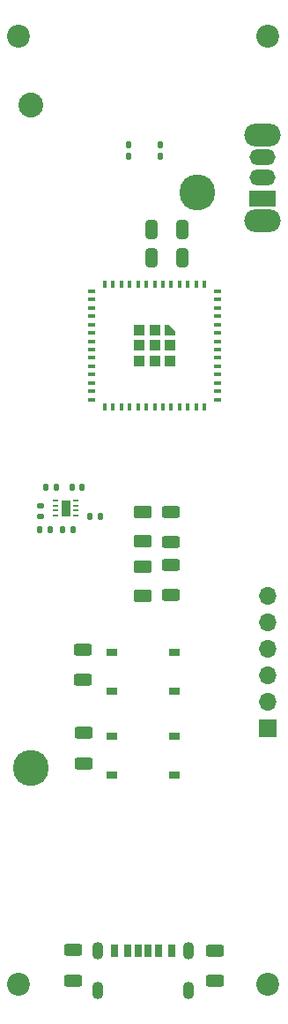
<source format=gbr>
%TF.GenerationSoftware,KiCad,Pcbnew,7.0.2-0*%
%TF.CreationDate,2023-06-17T13:30:50-07:00*%
%TF.ProjectId,camera-clicker,63616d65-7261-42d6-936c-69636b65722e,rev?*%
%TF.SameCoordinates,Original*%
%TF.FileFunction,Soldermask,Top*%
%TF.FilePolarity,Negative*%
%FSLAX46Y46*%
G04 Gerber Fmt 4.6, Leading zero omitted, Abs format (unit mm)*
G04 Created by KiCad (PCBNEW 7.0.2-0) date 2023-06-17 13:30:50*
%MOMM*%
%LPD*%
G01*
G04 APERTURE LIST*
G04 Aperture macros list*
%AMRoundRect*
0 Rectangle with rounded corners*
0 $1 Rounding radius*
0 $2 $3 $4 $5 $6 $7 $8 $9 X,Y pos of 4 corners*
0 Add a 4 corners polygon primitive as box body*
4,1,4,$2,$3,$4,$5,$6,$7,$8,$9,$2,$3,0*
0 Add four circle primitives for the rounded corners*
1,1,$1+$1,$2,$3*
1,1,$1+$1,$4,$5*
1,1,$1+$1,$6,$7*
1,1,$1+$1,$8,$9*
0 Add four rect primitives between the rounded corners*
20,1,$1+$1,$2,$3,$4,$5,0*
20,1,$1+$1,$4,$5,$6,$7,0*
20,1,$1+$1,$6,$7,$8,$9,0*
20,1,$1+$1,$8,$9,$2,$3,0*%
%AMFreePoly0*
4,1,6,0.500000,-0.100000,0.500000,-0.500000,-0.500000,-0.500000,-0.500000,0.500000,-0.100000,0.500000,0.500000,-0.100000,0.500000,-0.100000,$1*%
G04 Aperture macros list end*
%ADD10RoundRect,0.250000X-0.625000X0.375000X-0.625000X-0.375000X0.625000X-0.375000X0.625000X0.375000X0*%
%ADD11R,0.400000X0.800000*%
%ADD12R,0.800000X0.400000*%
%ADD13FreePoly0,0.000000*%
%ADD14R,1.000000X1.000000*%
%ADD15R,0.500000X0.250000*%
%ADD16R,0.900000X1.600000*%
%ADD17C,2.200000*%
%ADD18O,3.500000X2.200000*%
%ADD19R,2.500000X1.500000*%
%ADD20O,2.500000X1.500000*%
%ADD21R,0.700000X1.200000*%
%ADD22R,0.760000X1.200000*%
%ADD23R,0.800000X1.200000*%
%ADD24O,1.100000X1.700000*%
%ADD25RoundRect,0.250000X-0.625000X0.312500X-0.625000X-0.312500X0.625000X-0.312500X0.625000X0.312500X0*%
%ADD26RoundRect,0.140000X-0.140000X-0.170000X0.140000X-0.170000X0.140000X0.170000X-0.140000X0.170000X0*%
%ADD27R,1.700000X1.700000*%
%ADD28O,1.700000X1.700000*%
%ADD29RoundRect,0.137500X-0.137500X-0.212500X0.137500X-0.212500X0.137500X0.212500X-0.137500X0.212500X0*%
%ADD30R,1.000000X0.700000*%
%ADD31RoundRect,0.135000X-0.135000X-0.185000X0.135000X-0.185000X0.135000X0.185000X-0.135000X0.185000X0*%
%ADD32RoundRect,0.250000X0.325000X0.650000X-0.325000X0.650000X-0.325000X-0.650000X0.325000X-0.650000X0*%
%ADD33RoundRect,0.250000X0.625000X-0.312500X0.625000X0.312500X-0.625000X0.312500X-0.625000X-0.312500X0*%
%ADD34RoundRect,0.135000X-0.185000X0.135000X-0.185000X-0.135000X0.185000X-0.135000X0.185000X0.135000X0*%
%ADD35RoundRect,0.140000X0.140000X0.170000X-0.140000X0.170000X-0.140000X-0.170000X0.140000X-0.170000X0*%
%ADD36C,2.390000*%
%ADD37C,3.450000*%
G04 APERTURE END LIST*
D10*
%TO.C,D1*%
X143970000Y-94900000D03*
X143970000Y-97700000D03*
%TD*%
D11*
%TO.C,U2*%
X149900000Y-67800000D03*
X149100000Y-67800000D03*
X148300000Y-67800000D03*
X147500000Y-67800000D03*
X146700000Y-67800000D03*
X145900000Y-67800000D03*
X145100000Y-67800000D03*
X144300000Y-67800000D03*
X143500000Y-67800000D03*
X142700000Y-67800000D03*
X141900000Y-67800000D03*
X141100000Y-67800000D03*
X140300000Y-67800000D03*
D12*
X139050000Y-68500000D03*
X139050000Y-69300000D03*
X139050000Y-70100000D03*
X139050000Y-70900000D03*
X139050000Y-71700000D03*
X139050000Y-72500000D03*
X139050000Y-73300000D03*
X139050000Y-74100000D03*
X139050000Y-74900000D03*
X139050000Y-75700000D03*
X139050000Y-76500000D03*
X139050000Y-77300000D03*
X139050000Y-78100000D03*
X139050000Y-78900000D03*
D11*
X140300000Y-79600000D03*
X141100000Y-79600000D03*
X141900000Y-79600000D03*
X142700000Y-79600000D03*
X143500000Y-79600000D03*
X144300000Y-79600000D03*
X145100000Y-79600000D03*
X145900000Y-79600000D03*
X146700000Y-79600000D03*
X147500000Y-79600000D03*
X148300000Y-79600000D03*
X149100000Y-79600000D03*
X149900000Y-79600000D03*
D12*
X151150000Y-78900000D03*
X151150000Y-78100000D03*
X151150000Y-77300000D03*
X151150000Y-76500000D03*
X151150000Y-75700000D03*
X151150000Y-74900000D03*
X151150000Y-74100000D03*
X151150000Y-73300000D03*
X151150000Y-72500000D03*
X151150000Y-71700000D03*
X151150000Y-70900000D03*
X151150000Y-70100000D03*
X151150000Y-69300000D03*
X151150000Y-68500000D03*
D13*
X146600000Y-72200000D03*
D14*
X145100000Y-72200000D03*
X143600000Y-72200000D03*
X146600000Y-73700000D03*
X145100000Y-73700000D03*
X143600000Y-73700000D03*
X146600000Y-75200000D03*
X145100000Y-75200000D03*
X143600000Y-75200000D03*
%TD*%
D15*
%TO.C,U1*%
X135610000Y-88550000D03*
X135610000Y-89050000D03*
X135610000Y-89550000D03*
X135610000Y-90050000D03*
X137510000Y-90050000D03*
X137510000Y-89550000D03*
X137510000Y-89050000D03*
X137510000Y-88550000D03*
D16*
X136560000Y-89300000D03*
%TD*%
D17*
%TO.C,H4*%
X132000000Y-135000000D03*
%TD*%
D18*
%TO.C,SW1*%
X155500000Y-61700000D03*
X155500000Y-53500000D03*
D19*
X155500000Y-59600000D03*
D20*
X155500000Y-57600000D03*
X155500000Y-55600000D03*
%TD*%
D21*
%TO.C,J3*%
X144500000Y-131795000D03*
D22*
X145520000Y-131795000D03*
D23*
X146750000Y-131795000D03*
D21*
X143500000Y-131795000D03*
D22*
X142480000Y-131795000D03*
D23*
X141250000Y-131795000D03*
D24*
X139680000Y-131795000D03*
X139680000Y-135595000D03*
X148320000Y-131795000D03*
X148320000Y-135595000D03*
%TD*%
D25*
%TO.C,R7*%
X137240000Y-131677500D03*
X137240000Y-134602500D03*
%TD*%
D26*
%TO.C,C1*%
X134680000Y-87300000D03*
X135640000Y-87300000D03*
%TD*%
D27*
%TO.C,J2*%
X156000000Y-110450000D03*
D28*
X156000000Y-107910000D03*
X156000000Y-105370000D03*
X156000000Y-102830000D03*
X156000000Y-100290000D03*
X156000000Y-97750000D03*
%TD*%
D29*
%TO.C,SW4*%
X142565000Y-54450000D03*
X142565000Y-55550000D03*
X145615000Y-54450000D03*
X145615000Y-55550000D03*
%TD*%
D17*
%TO.C,H1*%
X156000000Y-44000000D03*
%TD*%
D30*
%TO.C,SW3*%
X147000000Y-114890000D03*
X141000000Y-114890000D03*
X147000000Y-111190000D03*
X141000000Y-111190000D03*
%TD*%
D10*
%TO.C,D2*%
X143970000Y-89700000D03*
X143970000Y-92500000D03*
%TD*%
D17*
%TO.C,H3*%
X132000000Y-44000000D03*
%TD*%
D25*
%TO.C,R10*%
X138300000Y-110847500D03*
X138300000Y-113772500D03*
%TD*%
D31*
%TO.C,R6*%
X136260000Y-91400000D03*
X137280000Y-91400000D03*
%TD*%
D32*
%TO.C,C6*%
X147775000Y-62600000D03*
X144825000Y-62600000D03*
%TD*%
D33*
%TO.C,R3*%
X146670000Y-97662500D03*
X146670000Y-94737500D03*
%TD*%
D31*
%TO.C,R5*%
X134050000Y-91400000D03*
X135070000Y-91400000D03*
%TD*%
D34*
%TO.C,R2*%
X134160000Y-89100000D03*
X134160000Y-90120000D03*
%TD*%
D17*
%TO.C,H2*%
X156000000Y-135000000D03*
%TD*%
D32*
%TO.C,C7*%
X147775000Y-65300000D03*
X144825000Y-65300000D03*
%TD*%
D35*
%TO.C,C2*%
X138130000Y-87300000D03*
X137170000Y-87300000D03*
%TD*%
D30*
%TO.C,SW2*%
X147000000Y-106880000D03*
X141000000Y-106880000D03*
X147000000Y-103180000D03*
X141000000Y-103180000D03*
%TD*%
D25*
%TO.C,R8*%
X150930000Y-131717500D03*
X150930000Y-134642500D03*
%TD*%
D33*
%TO.C,R11*%
X138190000Y-105802500D03*
X138190000Y-102877500D03*
%TD*%
D31*
%TO.C,R1*%
X138850000Y-90100000D03*
X139870000Y-90100000D03*
%TD*%
D33*
%TO.C,R4*%
X146670000Y-92562500D03*
X146670000Y-89637500D03*
%TD*%
D36*
%TO.C,BT1*%
X133200000Y-50670000D03*
D37*
X149200000Y-59000000D03*
X133200000Y-114200000D03*
%TD*%
M02*

</source>
